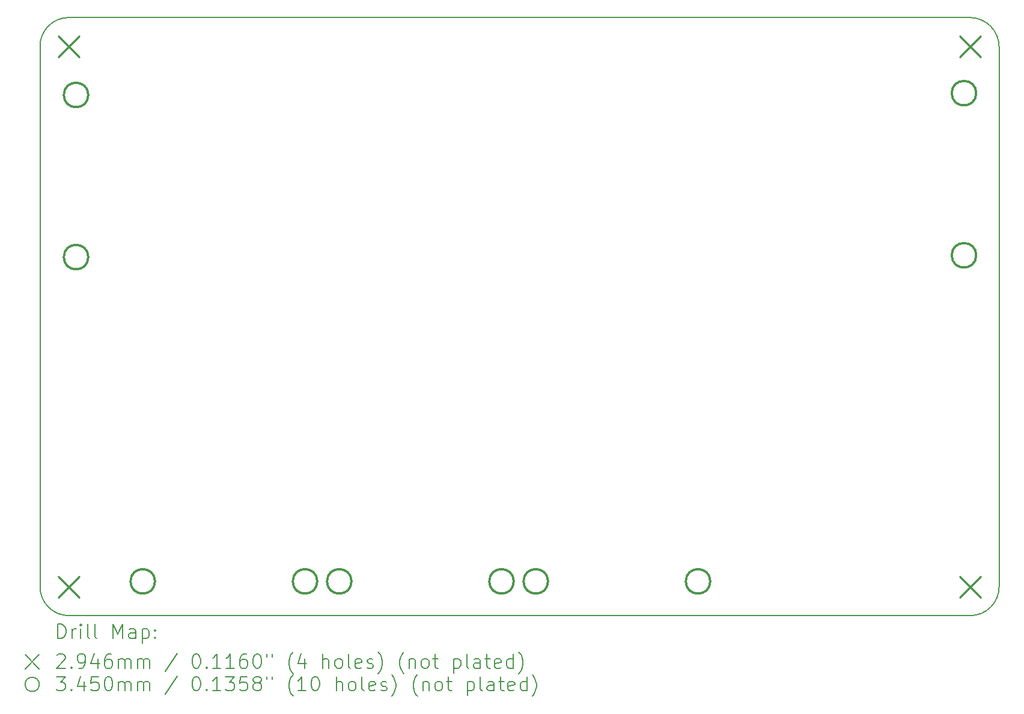
<source format=gbr>
%TF.GenerationSoftware,KiCad,Pcbnew,7.0.7*%
%TF.CreationDate,2023-11-07T19:48:23-06:00*%
%TF.ProjectId,CoreBoard_Rev1,436f7265-426f-4617-9264-5f526576312e,rev?*%
%TF.SameCoordinates,Original*%
%TF.FileFunction,Drillmap*%
%TF.FilePolarity,Positive*%
%FSLAX45Y45*%
G04 Gerber Fmt 4.5, Leading zero omitted, Abs format (unit mm)*
G04 Created by KiCad (PCBNEW 7.0.7) date 2023-11-07 19:48:23*
%MOMM*%
%LPD*%
G01*
G04 APERTURE LIST*
%ADD10C,0.200000*%
%ADD11C,0.294640*%
%ADD12C,0.345000*%
G04 APERTURE END LIST*
D10*
X19786600Y-11658600D02*
X7086600Y-11658600D01*
X19778632Y-3225800D02*
X7086600Y-3225800D01*
X20193000Y-11252200D02*
X20193000Y-3640168D01*
X20193000Y-3640168D02*
G75*
G03*
X19778632Y-3225800I-414370J-2D01*
G01*
X19786600Y-11658600D02*
G75*
G03*
X20193000Y-11252200I0J406400D01*
G01*
X7086600Y-3225800D02*
G75*
G03*
X6680200Y-3632200I0J-406400D01*
G01*
X6680200Y-11252200D02*
X6680200Y-3632200D01*
X6680200Y-11252200D02*
G75*
G03*
X7086600Y-11658600I406400J0D01*
G01*
D11*
X6939280Y-3484880D02*
X7233920Y-3779520D01*
X7233920Y-3484880D02*
X6939280Y-3779520D01*
X6939280Y-11104880D02*
X7233920Y-11399520D01*
X7233920Y-11104880D02*
X6939280Y-11399520D01*
X19639280Y-3484880D02*
X19933920Y-3779520D01*
X19933920Y-3484880D02*
X19639280Y-3779520D01*
X19639280Y-11104880D02*
X19933920Y-11399520D01*
X19933920Y-11104880D02*
X19639280Y-11399520D01*
D12*
X7360700Y-4318000D02*
G75*
G03*
X7360700Y-4318000I-172500J0D01*
G01*
X7360700Y-6604000D02*
G75*
G03*
X7360700Y-6604000I-172500J0D01*
G01*
X8300500Y-11176000D02*
G75*
G03*
X8300500Y-11176000I-172500J0D01*
G01*
X10586500Y-11176000D02*
G75*
G03*
X10586500Y-11176000I-172500J0D01*
G01*
X11069100Y-11176000D02*
G75*
G03*
X11069100Y-11176000I-172500J0D01*
G01*
X13355100Y-11176000D02*
G75*
G03*
X13355100Y-11176000I-172500J0D01*
G01*
X13837700Y-11176000D02*
G75*
G03*
X13837700Y-11176000I-172500J0D01*
G01*
X16123700Y-11176000D02*
G75*
G03*
X16123700Y-11176000I-172500J0D01*
G01*
X19870200Y-4292600D02*
G75*
G03*
X19870200Y-4292600I-172500J0D01*
G01*
X19870200Y-6578600D02*
G75*
G03*
X19870200Y-6578600I-172500J0D01*
G01*
D10*
X6930977Y-11980084D02*
X6930977Y-11780084D01*
X6930977Y-11780084D02*
X6978596Y-11780084D01*
X6978596Y-11780084D02*
X7007167Y-11789608D01*
X7007167Y-11789608D02*
X7026215Y-11808655D01*
X7026215Y-11808655D02*
X7035739Y-11827703D01*
X7035739Y-11827703D02*
X7045262Y-11865798D01*
X7045262Y-11865798D02*
X7045262Y-11894369D01*
X7045262Y-11894369D02*
X7035739Y-11932465D01*
X7035739Y-11932465D02*
X7026215Y-11951512D01*
X7026215Y-11951512D02*
X7007167Y-11970560D01*
X7007167Y-11970560D02*
X6978596Y-11980084D01*
X6978596Y-11980084D02*
X6930977Y-11980084D01*
X7130977Y-11980084D02*
X7130977Y-11846750D01*
X7130977Y-11884846D02*
X7140501Y-11865798D01*
X7140501Y-11865798D02*
X7150024Y-11856274D01*
X7150024Y-11856274D02*
X7169072Y-11846750D01*
X7169072Y-11846750D02*
X7188120Y-11846750D01*
X7254786Y-11980084D02*
X7254786Y-11846750D01*
X7254786Y-11780084D02*
X7245262Y-11789608D01*
X7245262Y-11789608D02*
X7254786Y-11799131D01*
X7254786Y-11799131D02*
X7264310Y-11789608D01*
X7264310Y-11789608D02*
X7254786Y-11780084D01*
X7254786Y-11780084D02*
X7254786Y-11799131D01*
X7378596Y-11980084D02*
X7359548Y-11970560D01*
X7359548Y-11970560D02*
X7350024Y-11951512D01*
X7350024Y-11951512D02*
X7350024Y-11780084D01*
X7483358Y-11980084D02*
X7464310Y-11970560D01*
X7464310Y-11970560D02*
X7454786Y-11951512D01*
X7454786Y-11951512D02*
X7454786Y-11780084D01*
X7711929Y-11980084D02*
X7711929Y-11780084D01*
X7711929Y-11780084D02*
X7778596Y-11922941D01*
X7778596Y-11922941D02*
X7845262Y-11780084D01*
X7845262Y-11780084D02*
X7845262Y-11980084D01*
X8026215Y-11980084D02*
X8026215Y-11875322D01*
X8026215Y-11875322D02*
X8016691Y-11856274D01*
X8016691Y-11856274D02*
X7997643Y-11846750D01*
X7997643Y-11846750D02*
X7959548Y-11846750D01*
X7959548Y-11846750D02*
X7940501Y-11856274D01*
X8026215Y-11970560D02*
X8007167Y-11980084D01*
X8007167Y-11980084D02*
X7959548Y-11980084D01*
X7959548Y-11980084D02*
X7940501Y-11970560D01*
X7940501Y-11970560D02*
X7930977Y-11951512D01*
X7930977Y-11951512D02*
X7930977Y-11932465D01*
X7930977Y-11932465D02*
X7940501Y-11913417D01*
X7940501Y-11913417D02*
X7959548Y-11903893D01*
X7959548Y-11903893D02*
X8007167Y-11903893D01*
X8007167Y-11903893D02*
X8026215Y-11894369D01*
X8121453Y-11846750D02*
X8121453Y-12046750D01*
X8121453Y-11856274D02*
X8140501Y-11846750D01*
X8140501Y-11846750D02*
X8178596Y-11846750D01*
X8178596Y-11846750D02*
X8197643Y-11856274D01*
X8197643Y-11856274D02*
X8207167Y-11865798D01*
X8207167Y-11865798D02*
X8216691Y-11884846D01*
X8216691Y-11884846D02*
X8216691Y-11941988D01*
X8216691Y-11941988D02*
X8207167Y-11961036D01*
X8207167Y-11961036D02*
X8197643Y-11970560D01*
X8197643Y-11970560D02*
X8178596Y-11980084D01*
X8178596Y-11980084D02*
X8140501Y-11980084D01*
X8140501Y-11980084D02*
X8121453Y-11970560D01*
X8302405Y-11961036D02*
X8311929Y-11970560D01*
X8311929Y-11970560D02*
X8302405Y-11980084D01*
X8302405Y-11980084D02*
X8292882Y-11970560D01*
X8292882Y-11970560D02*
X8302405Y-11961036D01*
X8302405Y-11961036D02*
X8302405Y-11980084D01*
X8302405Y-11856274D02*
X8311929Y-11865798D01*
X8311929Y-11865798D02*
X8302405Y-11875322D01*
X8302405Y-11875322D02*
X8292882Y-11865798D01*
X8292882Y-11865798D02*
X8302405Y-11856274D01*
X8302405Y-11856274D02*
X8302405Y-11875322D01*
X6470200Y-12208600D02*
X6670200Y-12408600D01*
X6670200Y-12208600D02*
X6470200Y-12408600D01*
X6921453Y-12219131D02*
X6930977Y-12209608D01*
X6930977Y-12209608D02*
X6950024Y-12200084D01*
X6950024Y-12200084D02*
X6997643Y-12200084D01*
X6997643Y-12200084D02*
X7016691Y-12209608D01*
X7016691Y-12209608D02*
X7026215Y-12219131D01*
X7026215Y-12219131D02*
X7035739Y-12238179D01*
X7035739Y-12238179D02*
X7035739Y-12257227D01*
X7035739Y-12257227D02*
X7026215Y-12285798D01*
X7026215Y-12285798D02*
X6911929Y-12400084D01*
X6911929Y-12400084D02*
X7035739Y-12400084D01*
X7121453Y-12381036D02*
X7130977Y-12390560D01*
X7130977Y-12390560D02*
X7121453Y-12400084D01*
X7121453Y-12400084D02*
X7111929Y-12390560D01*
X7111929Y-12390560D02*
X7121453Y-12381036D01*
X7121453Y-12381036D02*
X7121453Y-12400084D01*
X7226215Y-12400084D02*
X7264310Y-12400084D01*
X7264310Y-12400084D02*
X7283358Y-12390560D01*
X7283358Y-12390560D02*
X7292882Y-12381036D01*
X7292882Y-12381036D02*
X7311929Y-12352465D01*
X7311929Y-12352465D02*
X7321453Y-12314369D01*
X7321453Y-12314369D02*
X7321453Y-12238179D01*
X7321453Y-12238179D02*
X7311929Y-12219131D01*
X7311929Y-12219131D02*
X7302405Y-12209608D01*
X7302405Y-12209608D02*
X7283358Y-12200084D01*
X7283358Y-12200084D02*
X7245262Y-12200084D01*
X7245262Y-12200084D02*
X7226215Y-12209608D01*
X7226215Y-12209608D02*
X7216691Y-12219131D01*
X7216691Y-12219131D02*
X7207167Y-12238179D01*
X7207167Y-12238179D02*
X7207167Y-12285798D01*
X7207167Y-12285798D02*
X7216691Y-12304846D01*
X7216691Y-12304846D02*
X7226215Y-12314369D01*
X7226215Y-12314369D02*
X7245262Y-12323893D01*
X7245262Y-12323893D02*
X7283358Y-12323893D01*
X7283358Y-12323893D02*
X7302405Y-12314369D01*
X7302405Y-12314369D02*
X7311929Y-12304846D01*
X7311929Y-12304846D02*
X7321453Y-12285798D01*
X7492882Y-12266750D02*
X7492882Y-12400084D01*
X7445262Y-12190560D02*
X7397643Y-12333417D01*
X7397643Y-12333417D02*
X7521453Y-12333417D01*
X7683358Y-12200084D02*
X7645262Y-12200084D01*
X7645262Y-12200084D02*
X7626215Y-12209608D01*
X7626215Y-12209608D02*
X7616691Y-12219131D01*
X7616691Y-12219131D02*
X7597643Y-12247703D01*
X7597643Y-12247703D02*
X7588120Y-12285798D01*
X7588120Y-12285798D02*
X7588120Y-12361988D01*
X7588120Y-12361988D02*
X7597643Y-12381036D01*
X7597643Y-12381036D02*
X7607167Y-12390560D01*
X7607167Y-12390560D02*
X7626215Y-12400084D01*
X7626215Y-12400084D02*
X7664310Y-12400084D01*
X7664310Y-12400084D02*
X7683358Y-12390560D01*
X7683358Y-12390560D02*
X7692882Y-12381036D01*
X7692882Y-12381036D02*
X7702405Y-12361988D01*
X7702405Y-12361988D02*
X7702405Y-12314369D01*
X7702405Y-12314369D02*
X7692882Y-12295322D01*
X7692882Y-12295322D02*
X7683358Y-12285798D01*
X7683358Y-12285798D02*
X7664310Y-12276274D01*
X7664310Y-12276274D02*
X7626215Y-12276274D01*
X7626215Y-12276274D02*
X7607167Y-12285798D01*
X7607167Y-12285798D02*
X7597643Y-12295322D01*
X7597643Y-12295322D02*
X7588120Y-12314369D01*
X7788120Y-12400084D02*
X7788120Y-12266750D01*
X7788120Y-12285798D02*
X7797643Y-12276274D01*
X7797643Y-12276274D02*
X7816691Y-12266750D01*
X7816691Y-12266750D02*
X7845263Y-12266750D01*
X7845263Y-12266750D02*
X7864310Y-12276274D01*
X7864310Y-12276274D02*
X7873834Y-12295322D01*
X7873834Y-12295322D02*
X7873834Y-12400084D01*
X7873834Y-12295322D02*
X7883358Y-12276274D01*
X7883358Y-12276274D02*
X7902405Y-12266750D01*
X7902405Y-12266750D02*
X7930977Y-12266750D01*
X7930977Y-12266750D02*
X7950024Y-12276274D01*
X7950024Y-12276274D02*
X7959548Y-12295322D01*
X7959548Y-12295322D02*
X7959548Y-12400084D01*
X8054786Y-12400084D02*
X8054786Y-12266750D01*
X8054786Y-12285798D02*
X8064310Y-12276274D01*
X8064310Y-12276274D02*
X8083358Y-12266750D01*
X8083358Y-12266750D02*
X8111929Y-12266750D01*
X8111929Y-12266750D02*
X8130977Y-12276274D01*
X8130977Y-12276274D02*
X8140501Y-12295322D01*
X8140501Y-12295322D02*
X8140501Y-12400084D01*
X8140501Y-12295322D02*
X8150024Y-12276274D01*
X8150024Y-12276274D02*
X8169072Y-12266750D01*
X8169072Y-12266750D02*
X8197643Y-12266750D01*
X8197643Y-12266750D02*
X8216691Y-12276274D01*
X8216691Y-12276274D02*
X8226215Y-12295322D01*
X8226215Y-12295322D02*
X8226215Y-12400084D01*
X8616691Y-12190560D02*
X8445263Y-12447703D01*
X8873834Y-12200084D02*
X8892882Y-12200084D01*
X8892882Y-12200084D02*
X8911929Y-12209608D01*
X8911929Y-12209608D02*
X8921453Y-12219131D01*
X8921453Y-12219131D02*
X8930977Y-12238179D01*
X8930977Y-12238179D02*
X8940501Y-12276274D01*
X8940501Y-12276274D02*
X8940501Y-12323893D01*
X8940501Y-12323893D02*
X8930977Y-12361988D01*
X8930977Y-12361988D02*
X8921453Y-12381036D01*
X8921453Y-12381036D02*
X8911929Y-12390560D01*
X8911929Y-12390560D02*
X8892882Y-12400084D01*
X8892882Y-12400084D02*
X8873834Y-12400084D01*
X8873834Y-12400084D02*
X8854787Y-12390560D01*
X8854787Y-12390560D02*
X8845263Y-12381036D01*
X8845263Y-12381036D02*
X8835739Y-12361988D01*
X8835739Y-12361988D02*
X8826215Y-12323893D01*
X8826215Y-12323893D02*
X8826215Y-12276274D01*
X8826215Y-12276274D02*
X8835739Y-12238179D01*
X8835739Y-12238179D02*
X8845263Y-12219131D01*
X8845263Y-12219131D02*
X8854787Y-12209608D01*
X8854787Y-12209608D02*
X8873834Y-12200084D01*
X9026215Y-12381036D02*
X9035739Y-12390560D01*
X9035739Y-12390560D02*
X9026215Y-12400084D01*
X9026215Y-12400084D02*
X9016691Y-12390560D01*
X9016691Y-12390560D02*
X9026215Y-12381036D01*
X9026215Y-12381036D02*
X9026215Y-12400084D01*
X9226215Y-12400084D02*
X9111929Y-12400084D01*
X9169072Y-12400084D02*
X9169072Y-12200084D01*
X9169072Y-12200084D02*
X9150025Y-12228655D01*
X9150025Y-12228655D02*
X9130977Y-12247703D01*
X9130977Y-12247703D02*
X9111929Y-12257227D01*
X9416691Y-12400084D02*
X9302406Y-12400084D01*
X9359548Y-12400084D02*
X9359548Y-12200084D01*
X9359548Y-12200084D02*
X9340501Y-12228655D01*
X9340501Y-12228655D02*
X9321453Y-12247703D01*
X9321453Y-12247703D02*
X9302406Y-12257227D01*
X9588120Y-12200084D02*
X9550025Y-12200084D01*
X9550025Y-12200084D02*
X9530977Y-12209608D01*
X9530977Y-12209608D02*
X9521453Y-12219131D01*
X9521453Y-12219131D02*
X9502406Y-12247703D01*
X9502406Y-12247703D02*
X9492882Y-12285798D01*
X9492882Y-12285798D02*
X9492882Y-12361988D01*
X9492882Y-12361988D02*
X9502406Y-12381036D01*
X9502406Y-12381036D02*
X9511929Y-12390560D01*
X9511929Y-12390560D02*
X9530977Y-12400084D01*
X9530977Y-12400084D02*
X9569072Y-12400084D01*
X9569072Y-12400084D02*
X9588120Y-12390560D01*
X9588120Y-12390560D02*
X9597644Y-12381036D01*
X9597644Y-12381036D02*
X9607168Y-12361988D01*
X9607168Y-12361988D02*
X9607168Y-12314369D01*
X9607168Y-12314369D02*
X9597644Y-12295322D01*
X9597644Y-12295322D02*
X9588120Y-12285798D01*
X9588120Y-12285798D02*
X9569072Y-12276274D01*
X9569072Y-12276274D02*
X9530977Y-12276274D01*
X9530977Y-12276274D02*
X9511929Y-12285798D01*
X9511929Y-12285798D02*
X9502406Y-12295322D01*
X9502406Y-12295322D02*
X9492882Y-12314369D01*
X9730977Y-12200084D02*
X9750025Y-12200084D01*
X9750025Y-12200084D02*
X9769072Y-12209608D01*
X9769072Y-12209608D02*
X9778596Y-12219131D01*
X9778596Y-12219131D02*
X9788120Y-12238179D01*
X9788120Y-12238179D02*
X9797644Y-12276274D01*
X9797644Y-12276274D02*
X9797644Y-12323893D01*
X9797644Y-12323893D02*
X9788120Y-12361988D01*
X9788120Y-12361988D02*
X9778596Y-12381036D01*
X9778596Y-12381036D02*
X9769072Y-12390560D01*
X9769072Y-12390560D02*
X9750025Y-12400084D01*
X9750025Y-12400084D02*
X9730977Y-12400084D01*
X9730977Y-12400084D02*
X9711929Y-12390560D01*
X9711929Y-12390560D02*
X9702406Y-12381036D01*
X9702406Y-12381036D02*
X9692882Y-12361988D01*
X9692882Y-12361988D02*
X9683358Y-12323893D01*
X9683358Y-12323893D02*
X9683358Y-12276274D01*
X9683358Y-12276274D02*
X9692882Y-12238179D01*
X9692882Y-12238179D02*
X9702406Y-12219131D01*
X9702406Y-12219131D02*
X9711929Y-12209608D01*
X9711929Y-12209608D02*
X9730977Y-12200084D01*
X9873834Y-12200084D02*
X9873834Y-12238179D01*
X9950025Y-12200084D02*
X9950025Y-12238179D01*
X10245263Y-12476274D02*
X10235739Y-12466750D01*
X10235739Y-12466750D02*
X10216691Y-12438179D01*
X10216691Y-12438179D02*
X10207168Y-12419131D01*
X10207168Y-12419131D02*
X10197644Y-12390560D01*
X10197644Y-12390560D02*
X10188120Y-12342941D01*
X10188120Y-12342941D02*
X10188120Y-12304846D01*
X10188120Y-12304846D02*
X10197644Y-12257227D01*
X10197644Y-12257227D02*
X10207168Y-12228655D01*
X10207168Y-12228655D02*
X10216691Y-12209608D01*
X10216691Y-12209608D02*
X10235739Y-12181036D01*
X10235739Y-12181036D02*
X10245263Y-12171512D01*
X10407168Y-12266750D02*
X10407168Y-12400084D01*
X10359549Y-12190560D02*
X10311930Y-12333417D01*
X10311930Y-12333417D02*
X10435739Y-12333417D01*
X10664311Y-12400084D02*
X10664311Y-12200084D01*
X10750025Y-12400084D02*
X10750025Y-12295322D01*
X10750025Y-12295322D02*
X10740501Y-12276274D01*
X10740501Y-12276274D02*
X10721453Y-12266750D01*
X10721453Y-12266750D02*
X10692882Y-12266750D01*
X10692882Y-12266750D02*
X10673834Y-12276274D01*
X10673834Y-12276274D02*
X10664311Y-12285798D01*
X10873834Y-12400084D02*
X10854787Y-12390560D01*
X10854787Y-12390560D02*
X10845263Y-12381036D01*
X10845263Y-12381036D02*
X10835739Y-12361988D01*
X10835739Y-12361988D02*
X10835739Y-12304846D01*
X10835739Y-12304846D02*
X10845263Y-12285798D01*
X10845263Y-12285798D02*
X10854787Y-12276274D01*
X10854787Y-12276274D02*
X10873834Y-12266750D01*
X10873834Y-12266750D02*
X10902406Y-12266750D01*
X10902406Y-12266750D02*
X10921453Y-12276274D01*
X10921453Y-12276274D02*
X10930977Y-12285798D01*
X10930977Y-12285798D02*
X10940501Y-12304846D01*
X10940501Y-12304846D02*
X10940501Y-12361988D01*
X10940501Y-12361988D02*
X10930977Y-12381036D01*
X10930977Y-12381036D02*
X10921453Y-12390560D01*
X10921453Y-12390560D02*
X10902406Y-12400084D01*
X10902406Y-12400084D02*
X10873834Y-12400084D01*
X11054787Y-12400084D02*
X11035739Y-12390560D01*
X11035739Y-12390560D02*
X11026215Y-12371512D01*
X11026215Y-12371512D02*
X11026215Y-12200084D01*
X11207168Y-12390560D02*
X11188120Y-12400084D01*
X11188120Y-12400084D02*
X11150025Y-12400084D01*
X11150025Y-12400084D02*
X11130977Y-12390560D01*
X11130977Y-12390560D02*
X11121453Y-12371512D01*
X11121453Y-12371512D02*
X11121453Y-12295322D01*
X11121453Y-12295322D02*
X11130977Y-12276274D01*
X11130977Y-12276274D02*
X11150025Y-12266750D01*
X11150025Y-12266750D02*
X11188120Y-12266750D01*
X11188120Y-12266750D02*
X11207168Y-12276274D01*
X11207168Y-12276274D02*
X11216691Y-12295322D01*
X11216691Y-12295322D02*
X11216691Y-12314369D01*
X11216691Y-12314369D02*
X11121453Y-12333417D01*
X11292882Y-12390560D02*
X11311930Y-12400084D01*
X11311930Y-12400084D02*
X11350025Y-12400084D01*
X11350025Y-12400084D02*
X11369072Y-12390560D01*
X11369072Y-12390560D02*
X11378596Y-12371512D01*
X11378596Y-12371512D02*
X11378596Y-12361988D01*
X11378596Y-12361988D02*
X11369072Y-12342941D01*
X11369072Y-12342941D02*
X11350025Y-12333417D01*
X11350025Y-12333417D02*
X11321453Y-12333417D01*
X11321453Y-12333417D02*
X11302406Y-12323893D01*
X11302406Y-12323893D02*
X11292882Y-12304846D01*
X11292882Y-12304846D02*
X11292882Y-12295322D01*
X11292882Y-12295322D02*
X11302406Y-12276274D01*
X11302406Y-12276274D02*
X11321453Y-12266750D01*
X11321453Y-12266750D02*
X11350025Y-12266750D01*
X11350025Y-12266750D02*
X11369072Y-12276274D01*
X11445263Y-12476274D02*
X11454787Y-12466750D01*
X11454787Y-12466750D02*
X11473834Y-12438179D01*
X11473834Y-12438179D02*
X11483358Y-12419131D01*
X11483358Y-12419131D02*
X11492882Y-12390560D01*
X11492882Y-12390560D02*
X11502406Y-12342941D01*
X11502406Y-12342941D02*
X11502406Y-12304846D01*
X11502406Y-12304846D02*
X11492882Y-12257227D01*
X11492882Y-12257227D02*
X11483358Y-12228655D01*
X11483358Y-12228655D02*
X11473834Y-12209608D01*
X11473834Y-12209608D02*
X11454787Y-12181036D01*
X11454787Y-12181036D02*
X11445263Y-12171512D01*
X11807168Y-12476274D02*
X11797644Y-12466750D01*
X11797644Y-12466750D02*
X11778596Y-12438179D01*
X11778596Y-12438179D02*
X11769072Y-12419131D01*
X11769072Y-12419131D02*
X11759549Y-12390560D01*
X11759549Y-12390560D02*
X11750025Y-12342941D01*
X11750025Y-12342941D02*
X11750025Y-12304846D01*
X11750025Y-12304846D02*
X11759549Y-12257227D01*
X11759549Y-12257227D02*
X11769072Y-12228655D01*
X11769072Y-12228655D02*
X11778596Y-12209608D01*
X11778596Y-12209608D02*
X11797644Y-12181036D01*
X11797644Y-12181036D02*
X11807168Y-12171512D01*
X11883358Y-12266750D02*
X11883358Y-12400084D01*
X11883358Y-12285798D02*
X11892882Y-12276274D01*
X11892882Y-12276274D02*
X11911930Y-12266750D01*
X11911930Y-12266750D02*
X11940501Y-12266750D01*
X11940501Y-12266750D02*
X11959549Y-12276274D01*
X11959549Y-12276274D02*
X11969072Y-12295322D01*
X11969072Y-12295322D02*
X11969072Y-12400084D01*
X12092882Y-12400084D02*
X12073834Y-12390560D01*
X12073834Y-12390560D02*
X12064311Y-12381036D01*
X12064311Y-12381036D02*
X12054787Y-12361988D01*
X12054787Y-12361988D02*
X12054787Y-12304846D01*
X12054787Y-12304846D02*
X12064311Y-12285798D01*
X12064311Y-12285798D02*
X12073834Y-12276274D01*
X12073834Y-12276274D02*
X12092882Y-12266750D01*
X12092882Y-12266750D02*
X12121453Y-12266750D01*
X12121453Y-12266750D02*
X12140501Y-12276274D01*
X12140501Y-12276274D02*
X12150025Y-12285798D01*
X12150025Y-12285798D02*
X12159549Y-12304846D01*
X12159549Y-12304846D02*
X12159549Y-12361988D01*
X12159549Y-12361988D02*
X12150025Y-12381036D01*
X12150025Y-12381036D02*
X12140501Y-12390560D01*
X12140501Y-12390560D02*
X12121453Y-12400084D01*
X12121453Y-12400084D02*
X12092882Y-12400084D01*
X12216692Y-12266750D02*
X12292882Y-12266750D01*
X12245263Y-12200084D02*
X12245263Y-12371512D01*
X12245263Y-12371512D02*
X12254787Y-12390560D01*
X12254787Y-12390560D02*
X12273834Y-12400084D01*
X12273834Y-12400084D02*
X12292882Y-12400084D01*
X12511930Y-12266750D02*
X12511930Y-12466750D01*
X12511930Y-12276274D02*
X12530977Y-12266750D01*
X12530977Y-12266750D02*
X12569073Y-12266750D01*
X12569073Y-12266750D02*
X12588120Y-12276274D01*
X12588120Y-12276274D02*
X12597644Y-12285798D01*
X12597644Y-12285798D02*
X12607168Y-12304846D01*
X12607168Y-12304846D02*
X12607168Y-12361988D01*
X12607168Y-12361988D02*
X12597644Y-12381036D01*
X12597644Y-12381036D02*
X12588120Y-12390560D01*
X12588120Y-12390560D02*
X12569073Y-12400084D01*
X12569073Y-12400084D02*
X12530977Y-12400084D01*
X12530977Y-12400084D02*
X12511930Y-12390560D01*
X12721453Y-12400084D02*
X12702406Y-12390560D01*
X12702406Y-12390560D02*
X12692882Y-12371512D01*
X12692882Y-12371512D02*
X12692882Y-12200084D01*
X12883358Y-12400084D02*
X12883358Y-12295322D01*
X12883358Y-12295322D02*
X12873834Y-12276274D01*
X12873834Y-12276274D02*
X12854787Y-12266750D01*
X12854787Y-12266750D02*
X12816692Y-12266750D01*
X12816692Y-12266750D02*
X12797644Y-12276274D01*
X12883358Y-12390560D02*
X12864311Y-12400084D01*
X12864311Y-12400084D02*
X12816692Y-12400084D01*
X12816692Y-12400084D02*
X12797644Y-12390560D01*
X12797644Y-12390560D02*
X12788120Y-12371512D01*
X12788120Y-12371512D02*
X12788120Y-12352465D01*
X12788120Y-12352465D02*
X12797644Y-12333417D01*
X12797644Y-12333417D02*
X12816692Y-12323893D01*
X12816692Y-12323893D02*
X12864311Y-12323893D01*
X12864311Y-12323893D02*
X12883358Y-12314369D01*
X12950025Y-12266750D02*
X13026215Y-12266750D01*
X12978596Y-12200084D02*
X12978596Y-12371512D01*
X12978596Y-12371512D02*
X12988120Y-12390560D01*
X12988120Y-12390560D02*
X13007168Y-12400084D01*
X13007168Y-12400084D02*
X13026215Y-12400084D01*
X13169073Y-12390560D02*
X13150025Y-12400084D01*
X13150025Y-12400084D02*
X13111930Y-12400084D01*
X13111930Y-12400084D02*
X13092882Y-12390560D01*
X13092882Y-12390560D02*
X13083358Y-12371512D01*
X13083358Y-12371512D02*
X13083358Y-12295322D01*
X13083358Y-12295322D02*
X13092882Y-12276274D01*
X13092882Y-12276274D02*
X13111930Y-12266750D01*
X13111930Y-12266750D02*
X13150025Y-12266750D01*
X13150025Y-12266750D02*
X13169073Y-12276274D01*
X13169073Y-12276274D02*
X13178596Y-12295322D01*
X13178596Y-12295322D02*
X13178596Y-12314369D01*
X13178596Y-12314369D02*
X13083358Y-12333417D01*
X13350025Y-12400084D02*
X13350025Y-12200084D01*
X13350025Y-12390560D02*
X13330977Y-12400084D01*
X13330977Y-12400084D02*
X13292882Y-12400084D01*
X13292882Y-12400084D02*
X13273834Y-12390560D01*
X13273834Y-12390560D02*
X13264311Y-12381036D01*
X13264311Y-12381036D02*
X13254787Y-12361988D01*
X13254787Y-12361988D02*
X13254787Y-12304846D01*
X13254787Y-12304846D02*
X13264311Y-12285798D01*
X13264311Y-12285798D02*
X13273834Y-12276274D01*
X13273834Y-12276274D02*
X13292882Y-12266750D01*
X13292882Y-12266750D02*
X13330977Y-12266750D01*
X13330977Y-12266750D02*
X13350025Y-12276274D01*
X13426215Y-12476274D02*
X13435739Y-12466750D01*
X13435739Y-12466750D02*
X13454787Y-12438179D01*
X13454787Y-12438179D02*
X13464311Y-12419131D01*
X13464311Y-12419131D02*
X13473834Y-12390560D01*
X13473834Y-12390560D02*
X13483358Y-12342941D01*
X13483358Y-12342941D02*
X13483358Y-12304846D01*
X13483358Y-12304846D02*
X13473834Y-12257227D01*
X13473834Y-12257227D02*
X13464311Y-12228655D01*
X13464311Y-12228655D02*
X13454787Y-12209608D01*
X13454787Y-12209608D02*
X13435739Y-12181036D01*
X13435739Y-12181036D02*
X13426215Y-12171512D01*
X6670200Y-12628600D02*
G75*
G03*
X6670200Y-12628600I-100000J0D01*
G01*
X6911929Y-12520084D02*
X7035739Y-12520084D01*
X7035739Y-12520084D02*
X6969072Y-12596274D01*
X6969072Y-12596274D02*
X6997643Y-12596274D01*
X6997643Y-12596274D02*
X7016691Y-12605798D01*
X7016691Y-12605798D02*
X7026215Y-12615322D01*
X7026215Y-12615322D02*
X7035739Y-12634369D01*
X7035739Y-12634369D02*
X7035739Y-12681988D01*
X7035739Y-12681988D02*
X7026215Y-12701036D01*
X7026215Y-12701036D02*
X7016691Y-12710560D01*
X7016691Y-12710560D02*
X6997643Y-12720084D01*
X6997643Y-12720084D02*
X6940501Y-12720084D01*
X6940501Y-12720084D02*
X6921453Y-12710560D01*
X6921453Y-12710560D02*
X6911929Y-12701036D01*
X7121453Y-12701036D02*
X7130977Y-12710560D01*
X7130977Y-12710560D02*
X7121453Y-12720084D01*
X7121453Y-12720084D02*
X7111929Y-12710560D01*
X7111929Y-12710560D02*
X7121453Y-12701036D01*
X7121453Y-12701036D02*
X7121453Y-12720084D01*
X7302405Y-12586750D02*
X7302405Y-12720084D01*
X7254786Y-12510560D02*
X7207167Y-12653417D01*
X7207167Y-12653417D02*
X7330977Y-12653417D01*
X7502405Y-12520084D02*
X7407167Y-12520084D01*
X7407167Y-12520084D02*
X7397643Y-12615322D01*
X7397643Y-12615322D02*
X7407167Y-12605798D01*
X7407167Y-12605798D02*
X7426215Y-12596274D01*
X7426215Y-12596274D02*
X7473834Y-12596274D01*
X7473834Y-12596274D02*
X7492882Y-12605798D01*
X7492882Y-12605798D02*
X7502405Y-12615322D01*
X7502405Y-12615322D02*
X7511929Y-12634369D01*
X7511929Y-12634369D02*
X7511929Y-12681988D01*
X7511929Y-12681988D02*
X7502405Y-12701036D01*
X7502405Y-12701036D02*
X7492882Y-12710560D01*
X7492882Y-12710560D02*
X7473834Y-12720084D01*
X7473834Y-12720084D02*
X7426215Y-12720084D01*
X7426215Y-12720084D02*
X7407167Y-12710560D01*
X7407167Y-12710560D02*
X7397643Y-12701036D01*
X7635739Y-12520084D02*
X7654786Y-12520084D01*
X7654786Y-12520084D02*
X7673834Y-12529608D01*
X7673834Y-12529608D02*
X7683358Y-12539131D01*
X7683358Y-12539131D02*
X7692882Y-12558179D01*
X7692882Y-12558179D02*
X7702405Y-12596274D01*
X7702405Y-12596274D02*
X7702405Y-12643893D01*
X7702405Y-12643893D02*
X7692882Y-12681988D01*
X7692882Y-12681988D02*
X7683358Y-12701036D01*
X7683358Y-12701036D02*
X7673834Y-12710560D01*
X7673834Y-12710560D02*
X7654786Y-12720084D01*
X7654786Y-12720084D02*
X7635739Y-12720084D01*
X7635739Y-12720084D02*
X7616691Y-12710560D01*
X7616691Y-12710560D02*
X7607167Y-12701036D01*
X7607167Y-12701036D02*
X7597643Y-12681988D01*
X7597643Y-12681988D02*
X7588120Y-12643893D01*
X7588120Y-12643893D02*
X7588120Y-12596274D01*
X7588120Y-12596274D02*
X7597643Y-12558179D01*
X7597643Y-12558179D02*
X7607167Y-12539131D01*
X7607167Y-12539131D02*
X7616691Y-12529608D01*
X7616691Y-12529608D02*
X7635739Y-12520084D01*
X7788120Y-12720084D02*
X7788120Y-12586750D01*
X7788120Y-12605798D02*
X7797643Y-12596274D01*
X7797643Y-12596274D02*
X7816691Y-12586750D01*
X7816691Y-12586750D02*
X7845263Y-12586750D01*
X7845263Y-12586750D02*
X7864310Y-12596274D01*
X7864310Y-12596274D02*
X7873834Y-12615322D01*
X7873834Y-12615322D02*
X7873834Y-12720084D01*
X7873834Y-12615322D02*
X7883358Y-12596274D01*
X7883358Y-12596274D02*
X7902405Y-12586750D01*
X7902405Y-12586750D02*
X7930977Y-12586750D01*
X7930977Y-12586750D02*
X7950024Y-12596274D01*
X7950024Y-12596274D02*
X7959548Y-12615322D01*
X7959548Y-12615322D02*
X7959548Y-12720084D01*
X8054786Y-12720084D02*
X8054786Y-12586750D01*
X8054786Y-12605798D02*
X8064310Y-12596274D01*
X8064310Y-12596274D02*
X8083358Y-12586750D01*
X8083358Y-12586750D02*
X8111929Y-12586750D01*
X8111929Y-12586750D02*
X8130977Y-12596274D01*
X8130977Y-12596274D02*
X8140501Y-12615322D01*
X8140501Y-12615322D02*
X8140501Y-12720084D01*
X8140501Y-12615322D02*
X8150024Y-12596274D01*
X8150024Y-12596274D02*
X8169072Y-12586750D01*
X8169072Y-12586750D02*
X8197643Y-12586750D01*
X8197643Y-12586750D02*
X8216691Y-12596274D01*
X8216691Y-12596274D02*
X8226215Y-12615322D01*
X8226215Y-12615322D02*
X8226215Y-12720084D01*
X8616691Y-12510560D02*
X8445263Y-12767703D01*
X8873834Y-12520084D02*
X8892882Y-12520084D01*
X8892882Y-12520084D02*
X8911929Y-12529608D01*
X8911929Y-12529608D02*
X8921453Y-12539131D01*
X8921453Y-12539131D02*
X8930977Y-12558179D01*
X8930977Y-12558179D02*
X8940501Y-12596274D01*
X8940501Y-12596274D02*
X8940501Y-12643893D01*
X8940501Y-12643893D02*
X8930977Y-12681988D01*
X8930977Y-12681988D02*
X8921453Y-12701036D01*
X8921453Y-12701036D02*
X8911929Y-12710560D01*
X8911929Y-12710560D02*
X8892882Y-12720084D01*
X8892882Y-12720084D02*
X8873834Y-12720084D01*
X8873834Y-12720084D02*
X8854787Y-12710560D01*
X8854787Y-12710560D02*
X8845263Y-12701036D01*
X8845263Y-12701036D02*
X8835739Y-12681988D01*
X8835739Y-12681988D02*
X8826215Y-12643893D01*
X8826215Y-12643893D02*
X8826215Y-12596274D01*
X8826215Y-12596274D02*
X8835739Y-12558179D01*
X8835739Y-12558179D02*
X8845263Y-12539131D01*
X8845263Y-12539131D02*
X8854787Y-12529608D01*
X8854787Y-12529608D02*
X8873834Y-12520084D01*
X9026215Y-12701036D02*
X9035739Y-12710560D01*
X9035739Y-12710560D02*
X9026215Y-12720084D01*
X9026215Y-12720084D02*
X9016691Y-12710560D01*
X9016691Y-12710560D02*
X9026215Y-12701036D01*
X9026215Y-12701036D02*
X9026215Y-12720084D01*
X9226215Y-12720084D02*
X9111929Y-12720084D01*
X9169072Y-12720084D02*
X9169072Y-12520084D01*
X9169072Y-12520084D02*
X9150025Y-12548655D01*
X9150025Y-12548655D02*
X9130977Y-12567703D01*
X9130977Y-12567703D02*
X9111929Y-12577227D01*
X9292882Y-12520084D02*
X9416691Y-12520084D01*
X9416691Y-12520084D02*
X9350025Y-12596274D01*
X9350025Y-12596274D02*
X9378596Y-12596274D01*
X9378596Y-12596274D02*
X9397644Y-12605798D01*
X9397644Y-12605798D02*
X9407168Y-12615322D01*
X9407168Y-12615322D02*
X9416691Y-12634369D01*
X9416691Y-12634369D02*
X9416691Y-12681988D01*
X9416691Y-12681988D02*
X9407168Y-12701036D01*
X9407168Y-12701036D02*
X9397644Y-12710560D01*
X9397644Y-12710560D02*
X9378596Y-12720084D01*
X9378596Y-12720084D02*
X9321453Y-12720084D01*
X9321453Y-12720084D02*
X9302406Y-12710560D01*
X9302406Y-12710560D02*
X9292882Y-12701036D01*
X9597644Y-12520084D02*
X9502406Y-12520084D01*
X9502406Y-12520084D02*
X9492882Y-12615322D01*
X9492882Y-12615322D02*
X9502406Y-12605798D01*
X9502406Y-12605798D02*
X9521453Y-12596274D01*
X9521453Y-12596274D02*
X9569072Y-12596274D01*
X9569072Y-12596274D02*
X9588120Y-12605798D01*
X9588120Y-12605798D02*
X9597644Y-12615322D01*
X9597644Y-12615322D02*
X9607168Y-12634369D01*
X9607168Y-12634369D02*
X9607168Y-12681988D01*
X9607168Y-12681988D02*
X9597644Y-12701036D01*
X9597644Y-12701036D02*
X9588120Y-12710560D01*
X9588120Y-12710560D02*
X9569072Y-12720084D01*
X9569072Y-12720084D02*
X9521453Y-12720084D01*
X9521453Y-12720084D02*
X9502406Y-12710560D01*
X9502406Y-12710560D02*
X9492882Y-12701036D01*
X9721453Y-12605798D02*
X9702406Y-12596274D01*
X9702406Y-12596274D02*
X9692882Y-12586750D01*
X9692882Y-12586750D02*
X9683358Y-12567703D01*
X9683358Y-12567703D02*
X9683358Y-12558179D01*
X9683358Y-12558179D02*
X9692882Y-12539131D01*
X9692882Y-12539131D02*
X9702406Y-12529608D01*
X9702406Y-12529608D02*
X9721453Y-12520084D01*
X9721453Y-12520084D02*
X9759549Y-12520084D01*
X9759549Y-12520084D02*
X9778596Y-12529608D01*
X9778596Y-12529608D02*
X9788120Y-12539131D01*
X9788120Y-12539131D02*
X9797644Y-12558179D01*
X9797644Y-12558179D02*
X9797644Y-12567703D01*
X9797644Y-12567703D02*
X9788120Y-12586750D01*
X9788120Y-12586750D02*
X9778596Y-12596274D01*
X9778596Y-12596274D02*
X9759549Y-12605798D01*
X9759549Y-12605798D02*
X9721453Y-12605798D01*
X9721453Y-12605798D02*
X9702406Y-12615322D01*
X9702406Y-12615322D02*
X9692882Y-12624846D01*
X9692882Y-12624846D02*
X9683358Y-12643893D01*
X9683358Y-12643893D02*
X9683358Y-12681988D01*
X9683358Y-12681988D02*
X9692882Y-12701036D01*
X9692882Y-12701036D02*
X9702406Y-12710560D01*
X9702406Y-12710560D02*
X9721453Y-12720084D01*
X9721453Y-12720084D02*
X9759549Y-12720084D01*
X9759549Y-12720084D02*
X9778596Y-12710560D01*
X9778596Y-12710560D02*
X9788120Y-12701036D01*
X9788120Y-12701036D02*
X9797644Y-12681988D01*
X9797644Y-12681988D02*
X9797644Y-12643893D01*
X9797644Y-12643893D02*
X9788120Y-12624846D01*
X9788120Y-12624846D02*
X9778596Y-12615322D01*
X9778596Y-12615322D02*
X9759549Y-12605798D01*
X9873834Y-12520084D02*
X9873834Y-12558179D01*
X9950025Y-12520084D02*
X9950025Y-12558179D01*
X10245263Y-12796274D02*
X10235739Y-12786750D01*
X10235739Y-12786750D02*
X10216691Y-12758179D01*
X10216691Y-12758179D02*
X10207168Y-12739131D01*
X10207168Y-12739131D02*
X10197644Y-12710560D01*
X10197644Y-12710560D02*
X10188120Y-12662941D01*
X10188120Y-12662941D02*
X10188120Y-12624846D01*
X10188120Y-12624846D02*
X10197644Y-12577227D01*
X10197644Y-12577227D02*
X10207168Y-12548655D01*
X10207168Y-12548655D02*
X10216691Y-12529608D01*
X10216691Y-12529608D02*
X10235739Y-12501036D01*
X10235739Y-12501036D02*
X10245263Y-12491512D01*
X10426215Y-12720084D02*
X10311930Y-12720084D01*
X10369072Y-12720084D02*
X10369072Y-12520084D01*
X10369072Y-12520084D02*
X10350025Y-12548655D01*
X10350025Y-12548655D02*
X10330977Y-12567703D01*
X10330977Y-12567703D02*
X10311930Y-12577227D01*
X10550025Y-12520084D02*
X10569072Y-12520084D01*
X10569072Y-12520084D02*
X10588120Y-12529608D01*
X10588120Y-12529608D02*
X10597644Y-12539131D01*
X10597644Y-12539131D02*
X10607168Y-12558179D01*
X10607168Y-12558179D02*
X10616691Y-12596274D01*
X10616691Y-12596274D02*
X10616691Y-12643893D01*
X10616691Y-12643893D02*
X10607168Y-12681988D01*
X10607168Y-12681988D02*
X10597644Y-12701036D01*
X10597644Y-12701036D02*
X10588120Y-12710560D01*
X10588120Y-12710560D02*
X10569072Y-12720084D01*
X10569072Y-12720084D02*
X10550025Y-12720084D01*
X10550025Y-12720084D02*
X10530977Y-12710560D01*
X10530977Y-12710560D02*
X10521453Y-12701036D01*
X10521453Y-12701036D02*
X10511930Y-12681988D01*
X10511930Y-12681988D02*
X10502406Y-12643893D01*
X10502406Y-12643893D02*
X10502406Y-12596274D01*
X10502406Y-12596274D02*
X10511930Y-12558179D01*
X10511930Y-12558179D02*
X10521453Y-12539131D01*
X10521453Y-12539131D02*
X10530977Y-12529608D01*
X10530977Y-12529608D02*
X10550025Y-12520084D01*
X10854787Y-12720084D02*
X10854787Y-12520084D01*
X10940501Y-12720084D02*
X10940501Y-12615322D01*
X10940501Y-12615322D02*
X10930977Y-12596274D01*
X10930977Y-12596274D02*
X10911930Y-12586750D01*
X10911930Y-12586750D02*
X10883358Y-12586750D01*
X10883358Y-12586750D02*
X10864311Y-12596274D01*
X10864311Y-12596274D02*
X10854787Y-12605798D01*
X11064311Y-12720084D02*
X11045263Y-12710560D01*
X11045263Y-12710560D02*
X11035739Y-12701036D01*
X11035739Y-12701036D02*
X11026215Y-12681988D01*
X11026215Y-12681988D02*
X11026215Y-12624846D01*
X11026215Y-12624846D02*
X11035739Y-12605798D01*
X11035739Y-12605798D02*
X11045263Y-12596274D01*
X11045263Y-12596274D02*
X11064311Y-12586750D01*
X11064311Y-12586750D02*
X11092882Y-12586750D01*
X11092882Y-12586750D02*
X11111930Y-12596274D01*
X11111930Y-12596274D02*
X11121453Y-12605798D01*
X11121453Y-12605798D02*
X11130977Y-12624846D01*
X11130977Y-12624846D02*
X11130977Y-12681988D01*
X11130977Y-12681988D02*
X11121453Y-12701036D01*
X11121453Y-12701036D02*
X11111930Y-12710560D01*
X11111930Y-12710560D02*
X11092882Y-12720084D01*
X11092882Y-12720084D02*
X11064311Y-12720084D01*
X11245263Y-12720084D02*
X11226215Y-12710560D01*
X11226215Y-12710560D02*
X11216691Y-12691512D01*
X11216691Y-12691512D02*
X11216691Y-12520084D01*
X11397644Y-12710560D02*
X11378596Y-12720084D01*
X11378596Y-12720084D02*
X11340501Y-12720084D01*
X11340501Y-12720084D02*
X11321453Y-12710560D01*
X11321453Y-12710560D02*
X11311930Y-12691512D01*
X11311930Y-12691512D02*
X11311930Y-12615322D01*
X11311930Y-12615322D02*
X11321453Y-12596274D01*
X11321453Y-12596274D02*
X11340501Y-12586750D01*
X11340501Y-12586750D02*
X11378596Y-12586750D01*
X11378596Y-12586750D02*
X11397644Y-12596274D01*
X11397644Y-12596274D02*
X11407168Y-12615322D01*
X11407168Y-12615322D02*
X11407168Y-12634369D01*
X11407168Y-12634369D02*
X11311930Y-12653417D01*
X11483358Y-12710560D02*
X11502406Y-12720084D01*
X11502406Y-12720084D02*
X11540501Y-12720084D01*
X11540501Y-12720084D02*
X11559549Y-12710560D01*
X11559549Y-12710560D02*
X11569072Y-12691512D01*
X11569072Y-12691512D02*
X11569072Y-12681988D01*
X11569072Y-12681988D02*
X11559549Y-12662941D01*
X11559549Y-12662941D02*
X11540501Y-12653417D01*
X11540501Y-12653417D02*
X11511930Y-12653417D01*
X11511930Y-12653417D02*
X11492882Y-12643893D01*
X11492882Y-12643893D02*
X11483358Y-12624846D01*
X11483358Y-12624846D02*
X11483358Y-12615322D01*
X11483358Y-12615322D02*
X11492882Y-12596274D01*
X11492882Y-12596274D02*
X11511930Y-12586750D01*
X11511930Y-12586750D02*
X11540501Y-12586750D01*
X11540501Y-12586750D02*
X11559549Y-12596274D01*
X11635739Y-12796274D02*
X11645263Y-12786750D01*
X11645263Y-12786750D02*
X11664311Y-12758179D01*
X11664311Y-12758179D02*
X11673834Y-12739131D01*
X11673834Y-12739131D02*
X11683358Y-12710560D01*
X11683358Y-12710560D02*
X11692882Y-12662941D01*
X11692882Y-12662941D02*
X11692882Y-12624846D01*
X11692882Y-12624846D02*
X11683358Y-12577227D01*
X11683358Y-12577227D02*
X11673834Y-12548655D01*
X11673834Y-12548655D02*
X11664311Y-12529608D01*
X11664311Y-12529608D02*
X11645263Y-12501036D01*
X11645263Y-12501036D02*
X11635739Y-12491512D01*
X11997644Y-12796274D02*
X11988120Y-12786750D01*
X11988120Y-12786750D02*
X11969072Y-12758179D01*
X11969072Y-12758179D02*
X11959549Y-12739131D01*
X11959549Y-12739131D02*
X11950025Y-12710560D01*
X11950025Y-12710560D02*
X11940501Y-12662941D01*
X11940501Y-12662941D02*
X11940501Y-12624846D01*
X11940501Y-12624846D02*
X11950025Y-12577227D01*
X11950025Y-12577227D02*
X11959549Y-12548655D01*
X11959549Y-12548655D02*
X11969072Y-12529608D01*
X11969072Y-12529608D02*
X11988120Y-12501036D01*
X11988120Y-12501036D02*
X11997644Y-12491512D01*
X12073834Y-12586750D02*
X12073834Y-12720084D01*
X12073834Y-12605798D02*
X12083358Y-12596274D01*
X12083358Y-12596274D02*
X12102406Y-12586750D01*
X12102406Y-12586750D02*
X12130977Y-12586750D01*
X12130977Y-12586750D02*
X12150025Y-12596274D01*
X12150025Y-12596274D02*
X12159549Y-12615322D01*
X12159549Y-12615322D02*
X12159549Y-12720084D01*
X12283358Y-12720084D02*
X12264311Y-12710560D01*
X12264311Y-12710560D02*
X12254787Y-12701036D01*
X12254787Y-12701036D02*
X12245263Y-12681988D01*
X12245263Y-12681988D02*
X12245263Y-12624846D01*
X12245263Y-12624846D02*
X12254787Y-12605798D01*
X12254787Y-12605798D02*
X12264311Y-12596274D01*
X12264311Y-12596274D02*
X12283358Y-12586750D01*
X12283358Y-12586750D02*
X12311930Y-12586750D01*
X12311930Y-12586750D02*
X12330977Y-12596274D01*
X12330977Y-12596274D02*
X12340501Y-12605798D01*
X12340501Y-12605798D02*
X12350025Y-12624846D01*
X12350025Y-12624846D02*
X12350025Y-12681988D01*
X12350025Y-12681988D02*
X12340501Y-12701036D01*
X12340501Y-12701036D02*
X12330977Y-12710560D01*
X12330977Y-12710560D02*
X12311930Y-12720084D01*
X12311930Y-12720084D02*
X12283358Y-12720084D01*
X12407168Y-12586750D02*
X12483358Y-12586750D01*
X12435739Y-12520084D02*
X12435739Y-12691512D01*
X12435739Y-12691512D02*
X12445263Y-12710560D01*
X12445263Y-12710560D02*
X12464311Y-12720084D01*
X12464311Y-12720084D02*
X12483358Y-12720084D01*
X12702406Y-12586750D02*
X12702406Y-12786750D01*
X12702406Y-12596274D02*
X12721453Y-12586750D01*
X12721453Y-12586750D02*
X12759549Y-12586750D01*
X12759549Y-12586750D02*
X12778596Y-12596274D01*
X12778596Y-12596274D02*
X12788120Y-12605798D01*
X12788120Y-12605798D02*
X12797644Y-12624846D01*
X12797644Y-12624846D02*
X12797644Y-12681988D01*
X12797644Y-12681988D02*
X12788120Y-12701036D01*
X12788120Y-12701036D02*
X12778596Y-12710560D01*
X12778596Y-12710560D02*
X12759549Y-12720084D01*
X12759549Y-12720084D02*
X12721453Y-12720084D01*
X12721453Y-12720084D02*
X12702406Y-12710560D01*
X12911930Y-12720084D02*
X12892882Y-12710560D01*
X12892882Y-12710560D02*
X12883358Y-12691512D01*
X12883358Y-12691512D02*
X12883358Y-12520084D01*
X13073834Y-12720084D02*
X13073834Y-12615322D01*
X13073834Y-12615322D02*
X13064311Y-12596274D01*
X13064311Y-12596274D02*
X13045263Y-12586750D01*
X13045263Y-12586750D02*
X13007168Y-12586750D01*
X13007168Y-12586750D02*
X12988120Y-12596274D01*
X13073834Y-12710560D02*
X13054787Y-12720084D01*
X13054787Y-12720084D02*
X13007168Y-12720084D01*
X13007168Y-12720084D02*
X12988120Y-12710560D01*
X12988120Y-12710560D02*
X12978596Y-12691512D01*
X12978596Y-12691512D02*
X12978596Y-12672465D01*
X12978596Y-12672465D02*
X12988120Y-12653417D01*
X12988120Y-12653417D02*
X13007168Y-12643893D01*
X13007168Y-12643893D02*
X13054787Y-12643893D01*
X13054787Y-12643893D02*
X13073834Y-12634369D01*
X13140501Y-12586750D02*
X13216692Y-12586750D01*
X13169073Y-12520084D02*
X13169073Y-12691512D01*
X13169073Y-12691512D02*
X13178596Y-12710560D01*
X13178596Y-12710560D02*
X13197644Y-12720084D01*
X13197644Y-12720084D02*
X13216692Y-12720084D01*
X13359549Y-12710560D02*
X13340501Y-12720084D01*
X13340501Y-12720084D02*
X13302406Y-12720084D01*
X13302406Y-12720084D02*
X13283358Y-12710560D01*
X13283358Y-12710560D02*
X13273834Y-12691512D01*
X13273834Y-12691512D02*
X13273834Y-12615322D01*
X13273834Y-12615322D02*
X13283358Y-12596274D01*
X13283358Y-12596274D02*
X13302406Y-12586750D01*
X13302406Y-12586750D02*
X13340501Y-12586750D01*
X13340501Y-12586750D02*
X13359549Y-12596274D01*
X13359549Y-12596274D02*
X13369073Y-12615322D01*
X13369073Y-12615322D02*
X13369073Y-12634369D01*
X13369073Y-12634369D02*
X13273834Y-12653417D01*
X13540501Y-12720084D02*
X13540501Y-12520084D01*
X13540501Y-12710560D02*
X13521454Y-12720084D01*
X13521454Y-12720084D02*
X13483358Y-12720084D01*
X13483358Y-12720084D02*
X13464311Y-12710560D01*
X13464311Y-12710560D02*
X13454787Y-12701036D01*
X13454787Y-12701036D02*
X13445263Y-12681988D01*
X13445263Y-12681988D02*
X13445263Y-12624846D01*
X13445263Y-12624846D02*
X13454787Y-12605798D01*
X13454787Y-12605798D02*
X13464311Y-12596274D01*
X13464311Y-12596274D02*
X13483358Y-12586750D01*
X13483358Y-12586750D02*
X13521454Y-12586750D01*
X13521454Y-12586750D02*
X13540501Y-12596274D01*
X13616692Y-12796274D02*
X13626215Y-12786750D01*
X13626215Y-12786750D02*
X13645263Y-12758179D01*
X13645263Y-12758179D02*
X13654787Y-12739131D01*
X13654787Y-12739131D02*
X13664311Y-12710560D01*
X13664311Y-12710560D02*
X13673834Y-12662941D01*
X13673834Y-12662941D02*
X13673834Y-12624846D01*
X13673834Y-12624846D02*
X13664311Y-12577227D01*
X13664311Y-12577227D02*
X13654787Y-12548655D01*
X13654787Y-12548655D02*
X13645263Y-12529608D01*
X13645263Y-12529608D02*
X13626215Y-12501036D01*
X13626215Y-12501036D02*
X13616692Y-12491512D01*
M02*

</source>
